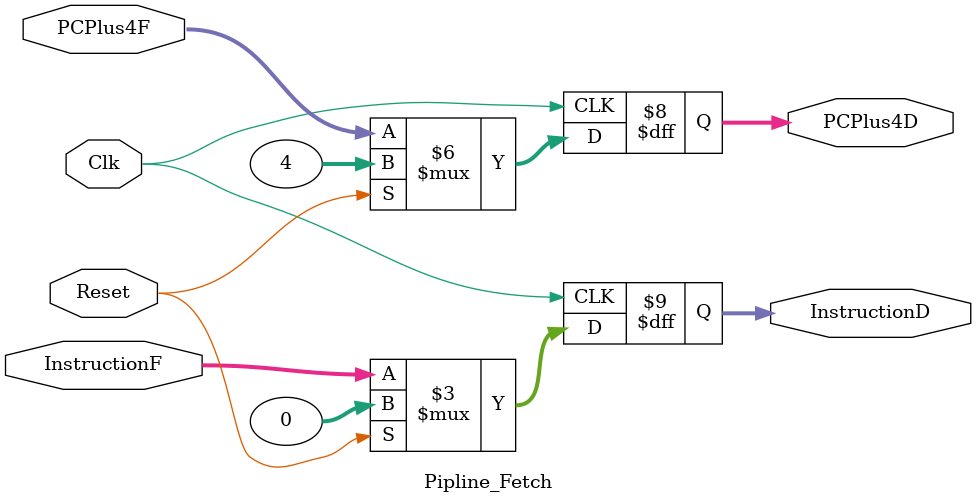
<source format=v>
`timescale 1ns / 1ps


module Pipline_Fetch(Clk, PCPlus4F, InstructionF, PCPlus4D, InstructionD,
 Reset);

    input Clk;
    input [31:0] PCPlus4F;
    input [31:0] InstructionF;
    input Reset;
    
    output reg [31:0] PCPlus4D;
    output reg [31:0] InstructionD;
    
    always @(posedge Clk) begin
    if(Reset) begin
        PCPlus4D <= 4;
        InstructionD <= 0;
    end
    else begin
        PCPlus4D <= PCPlus4F;
        InstructionD <= InstructionF;
    end
    end
    
endmodule

</source>
